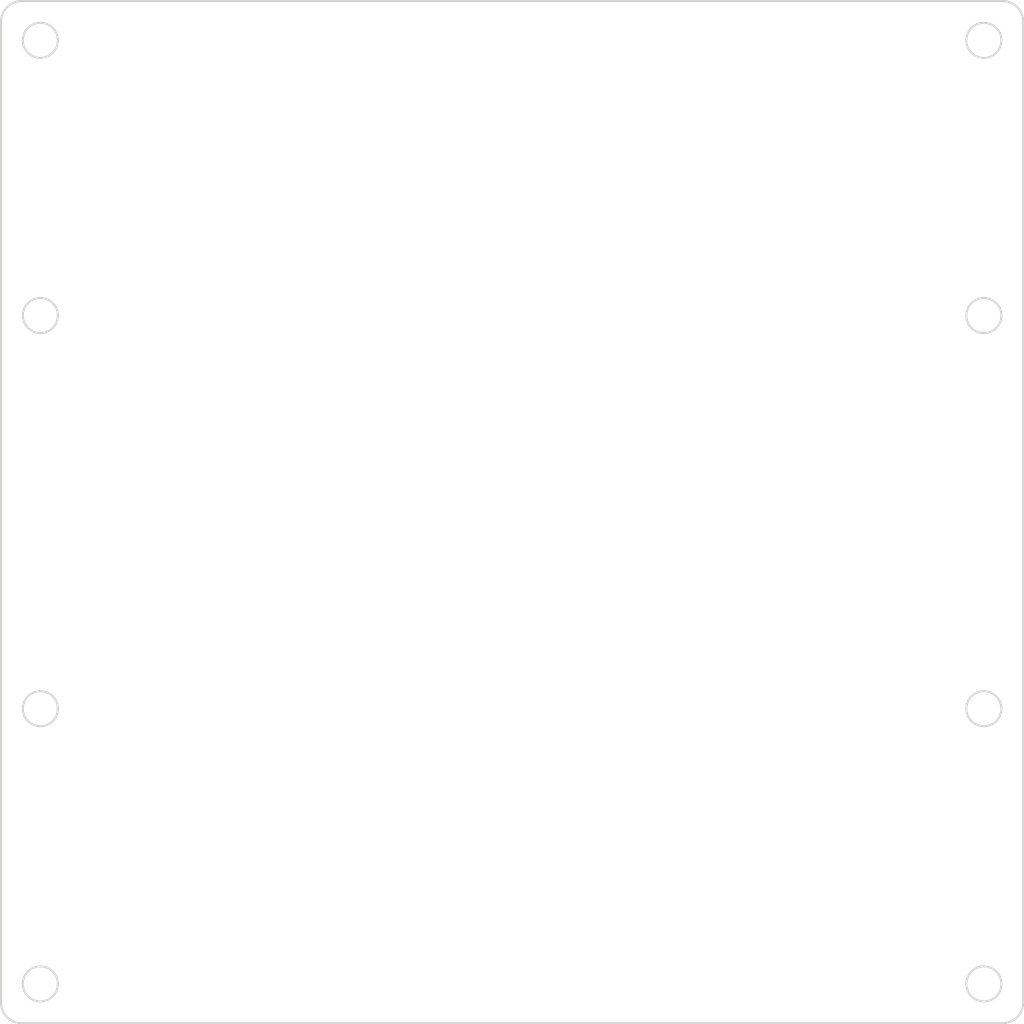
<source format=kicad_pcb>
(kicad_pcb (version 20171130) (host pcbnew "(5.1.2)-2")

  (general
    (thickness 1.6)
    (drawings 16)
    (tracks 0)
    (zones 0)
    (modules 0)
    (nets 1)
  )

  (page A4)
  (layers
    (0 F.Cu signal)
    (31 B.Cu signal)
    (32 B.Adhes user)
    (33 F.Adhes user)
    (34 B.Paste user)
    (35 F.Paste user)
    (36 B.SilkS user)
    (37 F.SilkS user)
    (38 B.Mask user)
    (39 F.Mask user)
    (40 Dwgs.User user)
    (41 Cmts.User user)
    (42 Eco1.User user)
    (43 Eco2.User user)
    (44 Edge.Cuts user)
    (45 Margin user)
    (46 B.CrtYd user)
    (47 F.CrtYd user)
    (48 B.Fab user)
    (49 F.Fab user)
  )

  (setup
    (last_trace_width 0.25)
    (trace_clearance 0.2)
    (zone_clearance 0.508)
    (zone_45_only no)
    (trace_min 0.2)
    (via_size 0.8)
    (via_drill 0.4)
    (via_min_size 0.4)
    (via_min_drill 0.3)
    (uvia_size 0.3)
    (uvia_drill 0.1)
    (uvias_allowed no)
    (uvia_min_size 0.2)
    (uvia_min_drill 0.1)
    (edge_width 0.05)
    (segment_width 0.2)
    (pcb_text_width 0.3)
    (pcb_text_size 1.5 1.5)
    (mod_edge_width 0.12)
    (mod_text_size 1 1)
    (mod_text_width 0.15)
    (pad_size 1.524 1.524)
    (pad_drill 0.762)
    (pad_to_mask_clearance 0.051)
    (solder_mask_min_width 0.25)
    (aux_axis_origin 0 0)
    (visible_elements 7FFFFFFF)
    (pcbplotparams
      (layerselection 0x010fc_ffffffff)
      (usegerberextensions false)
      (usegerberattributes false)
      (usegerberadvancedattributes false)
      (creategerberjobfile false)
      (excludeedgelayer true)
      (linewidth 0.100000)
      (plotframeref false)
      (viasonmask false)
      (mode 1)
      (useauxorigin false)
      (hpglpennumber 1)
      (hpglpenspeed 20)
      (hpglpendiameter 15.000000)
      (psnegative false)
      (psa4output false)
      (plotreference true)
      (plotvalue true)
      (plotinvisibletext false)
      (padsonsilk false)
      (subtractmaskfromsilk false)
      (outputformat 1)
      (mirror false)
      (drillshape 0)
      (scaleselection 1)
      (outputdirectory "D:/SSOpad/PCB stuff/pcb case/M3/gerbers/"))
  )

  (net 0 "")

  (net_class Default "This is the default net class."
    (clearance 0.2)
    (trace_width 0.25)
    (via_dia 0.8)
    (via_drill 0.4)
    (uvia_dia 0.3)
    (uvia_drill 0.1)
  )

  (gr_arc (start 93.44 146.575004) (end 91.44 146.575004) (angle -90) (layer Edge.Cuts) (width 0.2))
  (gr_circle (center 186.69 79.995003) (end 188.39 79.995003) (layer Edge.Cuts) (width 0.2))
  (gr_line (start 93.44 148.575004) (end 188.5 148.575004) (layer Edge.Cuts) (width 0.2))
  (gr_circle (center 95.25 79.995003) (end 96.95 79.995003) (layer Edge.Cuts) (width 0.2))
  (gr_line (start 190.5 146.575004) (end 190.5 51.515004) (layer Edge.Cuts) (width 0.2))
  (gr_line (start 188.5 49.515004) (end 93.44 49.515004) (layer Edge.Cuts) (width 0.2))
  (gr_circle (center 186.690001 53.325003) (end 188.390001 53.325003) (layer Edge.Cuts) (width 0.2))
  (gr_circle (center 186.69 144.765003) (end 188.390001 144.765003) (layer Edge.Cuts) (width 0.2))
  (gr_circle (center 186.69 118.095003) (end 188.39 118.095003) (layer Edge.Cuts) (width 0.2))
  (gr_circle (center 95.25 53.325003) (end 96.95 53.325003) (layer Edge.Cuts) (width 0.2))
  (gr_circle (center 95.25 144.765003) (end 96.95 144.765003) (layer Edge.Cuts) (width 0.2))
  (gr_circle (center 95.25 118.095003) (end 96.950001 118.095003) (layer Edge.Cuts) (width 0.2))
  (gr_arc (start 188.5 146.575004) (end 188.5 148.575004) (angle -90) (layer Edge.Cuts) (width 0.2))
  (gr_arc (start 188.5 51.515004) (end 190.5 51.515004) (angle -90) (layer Edge.Cuts) (width 0.2))
  (gr_line (start 91.44 51.515004) (end 91.44 146.575004) (layer Edge.Cuts) (width 0.2))
  (gr_arc (start 93.44 51.515004) (end 93.44 49.515004) (angle -90) (layer Edge.Cuts) (width 0.2))

)

</source>
